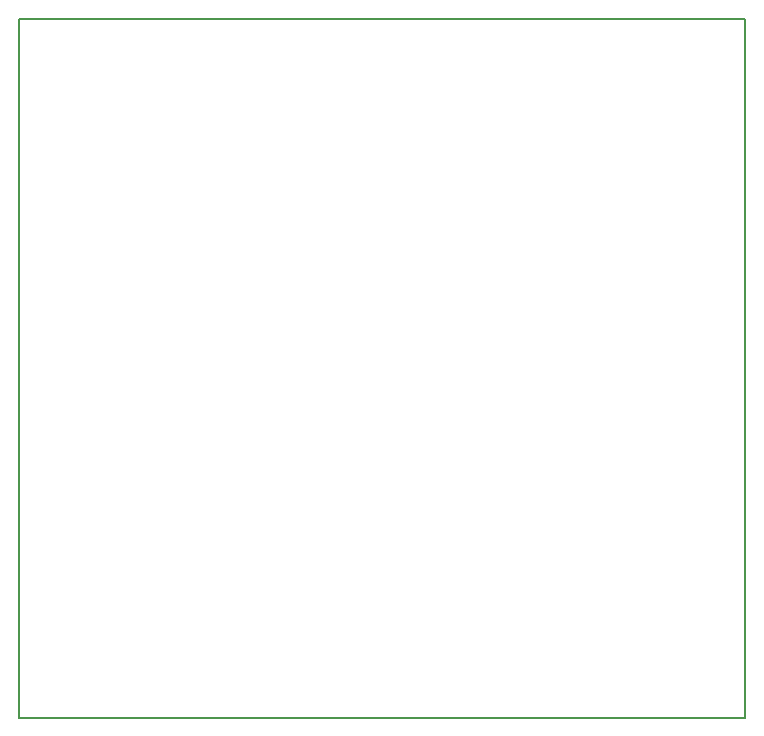
<source format=gbr>
G04 #@! TF.GenerationSoftware,KiCad,Pcbnew,(5.0.2)-1*
G04 #@! TF.CreationDate,2019-03-06T23:00:34-07:00*
G04 #@! TF.ProjectId,AndromedaV3,416e6472-6f6d-4656-9461-56332e6b6963,rev?*
G04 #@! TF.SameCoordinates,Original*
G04 #@! TF.FileFunction,Profile,NP*
%FSLAX46Y46*%
G04 Gerber Fmt 4.6, Leading zero omitted, Abs format (unit mm)*
G04 Created by KiCad (PCBNEW (5.0.2)-1) date 2019-03-06 11:00:34 PM*
%MOMM*%
%LPD*%
G01*
G04 APERTURE LIST*
%ADD10C,0.150000*%
G04 APERTURE END LIST*
D10*
X107188000Y-118872000D02*
X107188000Y-59690000D01*
X168656000Y-118872000D02*
X107188000Y-118872000D01*
X168656000Y-59690000D02*
X168656000Y-118872000D01*
X107188000Y-59690000D02*
X168656000Y-59690000D01*
M02*

</source>
